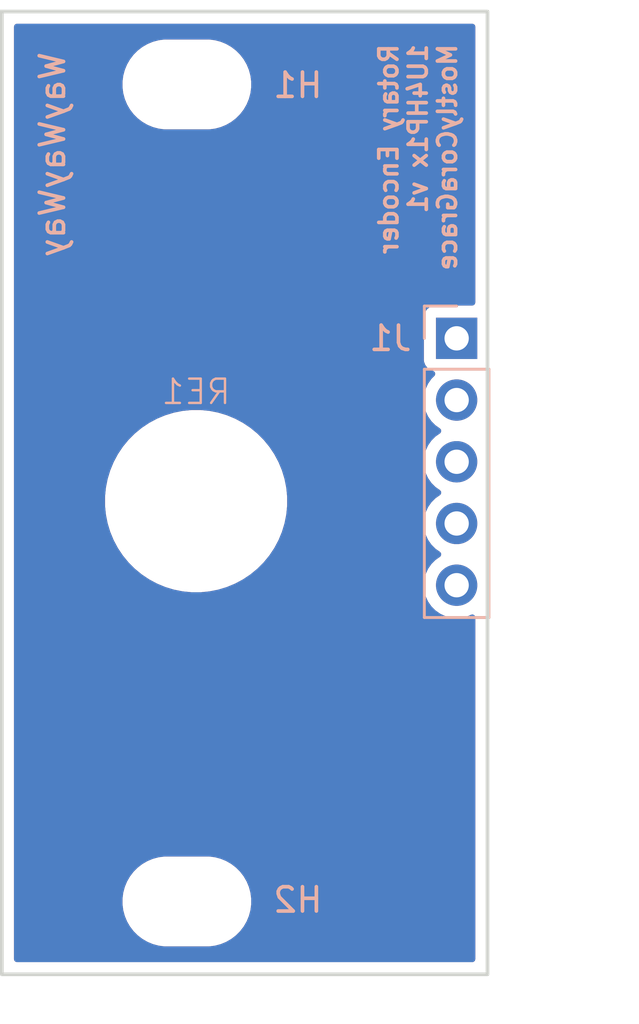
<source format=kicad_pcb>
(kicad_pcb (version 20240108) (generator "pcbnew") (generator_version "8.0")
  (layers (0 "F.Cu" signal) (31 "B.Cu" signal) (34 "B.Paste" user) (35 "F.Paste" user) (36 "B.SilkS" user "B.Silkscreen") (37 "F.SilkS" user "F.Silkscreen") (38 "B.Mask" user) (39 "F.Mask" user) (44 "Edge.Cuts" user))
  (net 0 "")
  (footprint "MountingHole:MountingHole_3.2mm_M3" (layer "B.Cu") (at 7.61962 5.425 180)
    (property "Reference" "H1" (at -4.57162 -0.036 0) (layer "B.SilkS") (effects (justify mirror)))
    (property "Value" "MountingHole")
    (pad "" np_thru_hole oval (at 0 0 180) (size 4.8 3.2) (drill oval 4.8 3.2) (layers "F&B.Cu" "*.Mask"))
  )
  (footprint "EXC:Rotary_Encoder_Mount_M7" (layer "B.Cu") (at 8 22.575 180)
    (property "Reference" "RE1" (at 0 4.5 0) (layer "B.SilkS") (effects (font (thickness 0.1)) (justify mirror)))
    (property "Value" "~")
    (pad "" np_thru_hole circle (at 0 0 180) (size 7 7) (drill 7) (layers "F&B.Cu" "*.Mask"))
  )
  (footprint "Connector_PinSocket_2.54mm:PinSocket_1x05_P2.54mm_Vertical" (layer "B.Cu") (at 18.73 15.875 180)
    (property "Reference" "J1" (at 2.728 0 0) (layer "B.SilkS") (effects (justify mirror)))
    (property "Value" "Conn_01x05_Socket")
    (fp_line (start 1.33 1.33) (end 0 1.33) (stroke (width 0.12)) (layer "B.SilkS"))
    (fp_line (start 1.33 0) (end 1.33 1.33) (stroke (width 0.12)) (layer "B.SilkS"))
    (fp_line (start 1.33 -1.27) (end -1.33 -1.27) (stroke (width 0.12)) (layer "B.SilkS"))
    (fp_line (start 1.33 -11.49) (end 1.33 -1.27) (stroke (width 0.12)) (layer "B.SilkS"))
    (fp_line (start 1.33 -11.49) (end -1.33 -11.49) (stroke (width 0.12)) (layer "B.SilkS"))
    (fp_line (start -1.33 -11.49) (end -1.33 -1.27) (stroke (width 0.12)) (layer "B.SilkS"))
    (pad "1" thru_hole rect (at 0 0 180) (size 1.7 1.7) (drill 1) (layers "*.Cu" "*.Mask"))
    (pad "2" thru_hole oval (at 0 -2.54 180) (size 1.7 1.7) (drill 1) (layers "*.Cu" "*.Mask"))
    (pad "3" thru_hole oval (at 0 -5.08 180) (size 1.7 1.7) (drill 1) (layers "*.Cu" "*.Mask"))
    (pad "4" thru_hole oval (at 0 -7.62 180) (size 1.7 1.7) (drill 1) (layers "*.Cu" "*.Mask"))
    (pad "5" thru_hole oval (at 0 -10.16 180) (size 1.7 1.7) (drill 1) (layers "*.Cu" "*.Mask"))
  )
  (footprint "MountingHole:MountingHole_3.2mm_M3" (layer "B.Cu") (at 7.61962 39.051 180)
    (property "Reference" "H2" (at -4.57162 0.062 0) (layer "B.SilkS") (effects (justify mirror)))
    (property "Value" "MountingHole")
    (pad "" np_thru_hole oval (at 0 0 180) (size 4.8 3.2) (drill oval 4.8 3.2) (layers "F&B.Cu" "*.Mask"))
  )
  (gr_rect (start 0 2.425) (end 20 42.05) (stroke (width 0.15)) (fill none) (layer "Edge.Cuts"))
  (gr_text "Rotary Encoder\n1U4HP1x v1\nMostlyCoraGrace" (at 15.494 3.683 90) (layer "B.SilkS") (effects (font (size 0.75 0.75) (thickness 0.15) (bold yes)) (justify left top mirror)))
  (gr_text "WayWayWay" (at 1.5 4 90) (layer "B.SilkS") (effects (font (size 1 1)) (justify left top mirror)))
  (zone (net 0) (net_name "") (layers "F&B.Cu") (connect_pads (clearance 0.5)) (min_thickness 0.25) (fill yes (thermal_gap 0.5) (thermal_bridge_width 0.5) (island_removal_mode 1) (island_area_min 10))
    (polygon (pts (xy 0 2.413) (xy 20.066 2.413) (xy 20.066 42.037) (xy 0 42.037)))
  )
)
</source>
